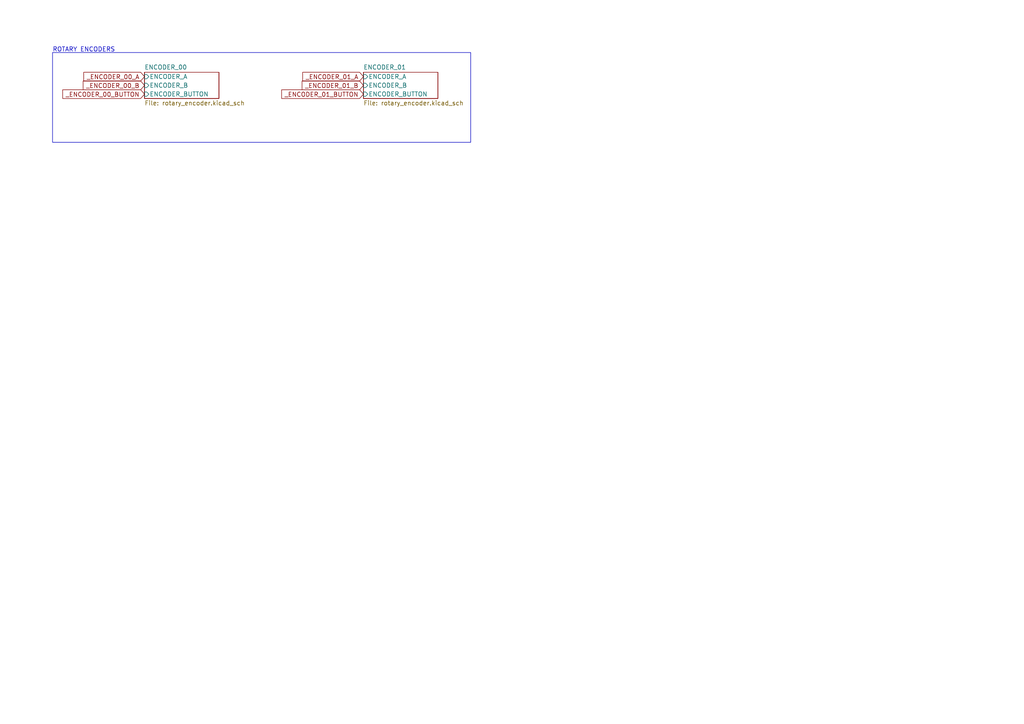
<source format=kicad_sch>
(kicad_sch
	(version 20231120)
	(generator "eeschema")
	(generator_version "8.0")
	(uuid "ab9a2a4f-bce1-46e7-8e73-5e515179472a")
	(paper "A4")
	(lib_symbols)
	(rectangle
		(start 15.24 15.24)
		(end 136.525 41.275)
		(stroke
			(width 0)
			(type default)
		)
		(fill
			(type none)
		)
		(uuid b8537cb2-0cc6-4d11-95a5-f26c4b0056bf)
	)
	(text "ROTARY ENCODERS"
		(exclude_from_sim no)
		(at 15.24 15.24 0)
		(effects
			(font
				(size 1.27 1.27)
			)
			(justify left bottom)
		)
		(uuid "f4be26e5-ed85-4132-8efb-42067239c54b")
	)
	(global_label "_ENCODER_01_B"
		(shape input)
		(at 105.41 24.765 180)
		(fields_autoplaced yes)
		(effects
			(font
				(size 1.27 1.27)
			)
			(justify right)
		)
		(uuid "32745d28-78f1-4af2-b0b5-f72ffcec72c9")
		(property "Intersheetrefs" "${INTERSHEET_REFS}"
			(at 87.1434 24.765 0)
			(effects
				(font
					(size 1.27 1.27)
				)
				(justify right)
				(hide yes)
			)
		)
	)
	(global_label "_ENCODER_00_A"
		(shape input)
		(at 41.91 22.225 180)
		(fields_autoplaced yes)
		(effects
			(font
				(size 1.27 1.27)
			)
			(justify right)
		)
		(uuid "67afe275-e9b1-4c7b-b58d-02ad827184f3")
		(property "Intersheetrefs" "${INTERSHEET_REFS}"
			(at 23.8248 22.225 0)
			(effects
				(font
					(size 1.27 1.27)
				)
				(justify right)
				(hide yes)
			)
		)
	)
	(global_label "_ENCODER_01_BUTTON"
		(shape input)
		(at 105.41 27.305 180)
		(fields_autoplaced yes)
		(effects
			(font
				(size 1.27 1.27)
			)
			(justify right)
		)
		(uuid "90c69899-e673-49f2-aeb0-180d61c5c202")
		(property "Intersheetrefs" "${INTERSHEET_REFS}"
			(at 81.2167 27.305 0)
			(effects
				(font
					(size 1.27 1.27)
				)
				(justify right)
				(hide yes)
			)
		)
	)
	(global_label "_ENCODER_00_B"
		(shape input)
		(at 41.91 24.765 180)
		(fields_autoplaced yes)
		(effects
			(font
				(size 1.27 1.27)
			)
			(justify right)
		)
		(uuid "b1829531-243b-47d3-8784-587204571340")
		(property "Intersheetrefs" "${INTERSHEET_REFS}"
			(at 23.6434 24.765 0)
			(effects
				(font
					(size 1.27 1.27)
				)
				(justify right)
				(hide yes)
			)
		)
	)
	(global_label "_ENCODER_00_BUTTON"
		(shape input)
		(at 41.91 27.305 180)
		(fields_autoplaced yes)
		(effects
			(font
				(size 1.27 1.27)
			)
			(justify right)
		)
		(uuid "c61fdd77-49ba-4b47-9f1b-2d93e9185050")
		(property "Intersheetrefs" "${INTERSHEET_REFS}"
			(at 17.7167 27.305 0)
			(effects
				(font
					(size 1.27 1.27)
				)
				(justify right)
				(hide yes)
			)
		)
	)
	(global_label "_ENCODER_01_A"
		(shape input)
		(at 105.41 22.225 180)
		(fields_autoplaced yes)
		(effects
			(font
				(size 1.27 1.27)
			)
			(justify right)
		)
		(uuid "cde954ed-1260-4ef0-a137-78f22e676a76")
		(property "Intersheetrefs" "${INTERSHEET_REFS}"
			(at 87.3248 22.225 0)
			(effects
				(font
					(size 1.27 1.27)
				)
				(justify right)
				(hide yes)
			)
		)
	)
	(sheet
		(at 41.91 20.955)
		(size 21.59 7.62)
		(fields_autoplaced yes)
		(stroke
			(width 0.1524)
			(type solid)
		)
		(fill
			(color 0 0 0 0.0000)
		)
		(uuid "87cd59e0-a7cb-4402-bde3-1e8396956bda")
		(property "Sheetname" "ENCODER_00"
			(at 41.91 20.2434 0)
			(effects
				(font
					(size 1.27 1.27)
				)
				(justify left bottom)
			)
		)
		(property "Sheetfile" "rotary_encoder.kicad_sch"
			(at 41.91 29.1596 0)
			(effects
				(font
					(size 1.27 1.27)
				)
				(justify left top)
			)
		)
		(pin "ENCODER_B" input
			(at 41.91 24.765 180)
			(effects
				(font
					(size 1.27 1.27)
				)
				(justify left)
			)
			(uuid "d42f75dc-666e-4ab6-86c2-3dcd1103e0c4")
		)
		(pin "ENCODER_BUTTON" input
			(at 41.91 27.305 180)
			(effects
				(font
					(size 1.27 1.27)
				)
				(justify left)
			)
			(uuid "4abb4c43-938b-4571-9ec5-00f616b02250")
		)
		(pin "ENCODER_A" input
			(at 41.91 22.225 180)
			(effects
				(font
					(size 1.27 1.27)
				)
				(justify left)
			)
			(uuid "22a1290c-4645-45df-ad67-e8c8f511d5bc")
		)
		(instances
			(project "KLST_PANDA"
				(path "/b4513875-4c57-4720-bcc5-43ead67fe18f/b123f5e9-cc72-42aa-83b5-20f52795babc"
					(page "8")
				)
			)
		)
	)
	(sheet
		(at 105.41 20.955)
		(size 21.59 7.62)
		(fields_autoplaced yes)
		(stroke
			(width 0.1524)
			(type solid)
		)
		(fill
			(color 0 0 0 0.0000)
		)
		(uuid "ed61e32f-240e-4d2b-b2a8-d00b0710740e")
		(property "Sheetname" "ENCODER_01"
			(at 105.41 20.2434 0)
			(effects
				(font
					(size 1.27 1.27)
				)
				(justify left bottom)
			)
		)
		(property "Sheetfile" "rotary_encoder.kicad_sch"
			(at 105.41 29.1596 0)
			(effects
				(font
					(size 1.27 1.27)
				)
				(justify left top)
			)
		)
		(pin "ENCODER_B" input
			(at 105.41 24.765 180)
			(effects
				(font
					(size 1.27 1.27)
				)
				(justify left)
			)
			(uuid "bac2b905-73fb-4985-9c90-a77b4411faf8")
		)
		(pin "ENCODER_BUTTON" input
			(at 105.41 27.305 180)
			(effects
				(font
					(size 1.27 1.27)
				)
				(justify left)
			)
			(uuid "b190cf99-0bf0-4a94-b86d-54c2cc0e7548")
		)
		(pin "ENCODER_A" input
			(at 105.41 22.225 180)
			(effects
				(font
					(size 1.27 1.27)
				)
				(justify left)
			)
			(uuid "8bc01986-cade-4b35-93c6-c122864fd299")
		)
		(instances
			(project "KLST_PANDA"
				(path "/b4513875-4c57-4720-bcc5-43ead67fe18f/b123f5e9-cc72-42aa-83b5-20f52795babc"
					(page "9")
				)
			)
		)
	)
)
</source>
